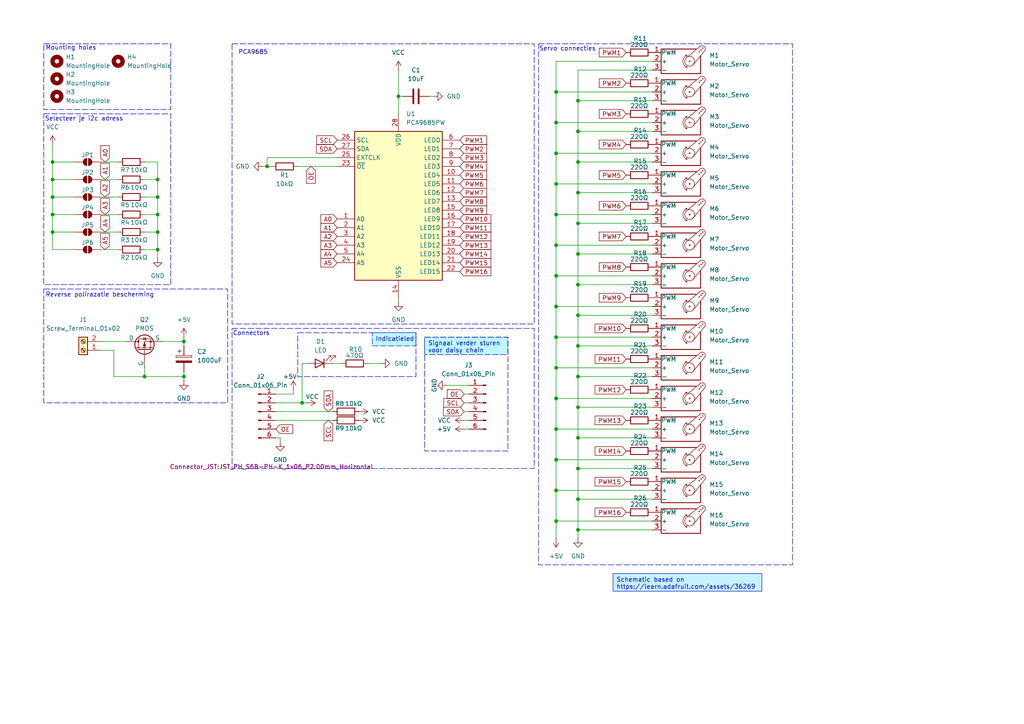
<source format=kicad_sch>
(kicad_sch (version 20231120) (generator "eeschema") (generator_version "8.0")
  (paper "A4")
  (title_block (title "PCA9685 Board Mini-Me") (date "2025-03-20") (rev "1"))
  (lib_symbols
    (symbol "Connector:Conn_01x06_Pin" (pin_names (offset 1.016) hide)
      (property "Reference" "J" (at 0 7.62 0))
      (property "Value" "Conn_01x06_Pin" (at 0 -10.16 0))
      (symbol "Conn_01x06_Pin_1_1"
        (pin passive line (at 5.08 5.08 180) (length 3.81) (name "Pin_1") (number "1"))
        (pin passive line (at 5.08 2.54 180) (length 3.81) (name "Pin_2") (number "2"))
        (pin passive line (at 5.08 0 180) (length 3.81) (name "Pin_3") (number "3"))
        (pin passive line (at 5.08 -2.54 180) (length 3.81) (name "Pin_4") (number "4"))
        (pin passive line (at 5.08 -5.08 180) (length 3.81) (name "Pin_5") (number "5"))
        (pin passive line (at 5.08 -7.62 180) (length 3.81) (name "Pin_6") (number "6"))
      )
    )
    (symbol "Connector:Screw_Terminal_01x02" (pin_names (offset 1.016) hide)
      (property "Reference" "J" (at 0 2.54 0))
      (property "Value" "Screw_Terminal_01x02" (at 0 -5.08 0))
      (symbol "Screw_Terminal_01x02_1_1"
        (pin passive line (at -5.08 0 0) (length 3.81) (name "Pin_1") (number "1"))
        (pin passive line (at -5.08 -2.54 0) (length 3.81) (name "Pin_2") (number "2"))
      )
    )
    (symbol "Device:C" (pin_numbers hide) (pin_names (offset 0.254))
      (property "Reference" "C" (at 0.635 2.54 0))
      (property "Value" "C" (at 0.635 -2.54 0))
      (symbol "C_1_1"
        (pin passive line (at 0 3.81 270) (length 2.794) (name "~") (number "1"))
        (pin passive line (at 0 -3.81 90) (length 2.794) (name "~") (number "2"))
      )
    )
    (symbol "Device:C_Polarized" (pin_numbers hide) (pin_names (offset 0.254))
      (property "Reference" "C" (at 0.635 2.54 0))
      (property "Value" "C_Polarized" (at 0.635 -2.54 0))
      (symbol "C_Polarized_1_1"
        (pin passive line (at 0 3.81 270) (length 2.794) (name "~") (number "1"))
        (pin passive line (at 0 -3.81 90) (length 2.794) (name "~") (number "2"))
      )
    )
    (symbol "Device:LED" (pin_numbers hide) (pin_names (offset 1.016) hide)
      (property "Reference" "D" (at 0 2.54 0))
      (property "Value" "LED" (at 0 -2.54 0))
      (symbol "LED_1_1"
        (pin passive line (at -3.81 0 0) (length 2.54) (name "K") (number "1"))
        (pin passive line (at 3.81 0 180) (length 2.54) (name "A") (number "2"))
      )
    )
    (symbol "Device:R" (pin_numbers hide) (pin_names (offset 0))
      (property "Reference" "R" (at 2.032 0 90))
      (property "Value" "R" (at 0 0 90))
      (symbol "R_1_1"
        (pin passive line (at 0 3.81 270) (length 1.27) (name "~") (number "1"))
        (pin passive line (at 0 -3.81 90) (length 1.27) (name "~") (number "2"))
      )
    )
    (symbol "Driver_LED:PCA9685PW"
      (property "Reference" "U" (at -12.7 22.225 0))
      (property "Value" "PCA9685PW" (at 1.27 22.225 0))
      (symbol "PCA9685PW_1_1"
        (pin input line (at -17.78 -5.08 0) (length 5.08) (name "A0") (number "1"))
        (pin output line (at 17.78 7.62 180) (length 5.08) (name "LED4") (number "10"))
        (pin output line (at 17.78 5.08 180) (length 5.08) (name "LED5") (number "11"))
        (pin output line (at 17.78 2.54 180) (length 5.08) (name "LED6") (number "12"))
        (pin output line (at 17.78 0 180) (length 5.08) (name "LED7") (number "13"))
        (pin power_in line (at 0 -27.94 90) (length 5.08) (name "VSS") (number "14"))
        (pin output line (at 17.78 -2.54 180) (length 5.08) (name "LED8") (number "15"))
        (pin output line (at 17.78 -5.08 180) (length 5.08) (name "LED9") (number "16"))
        (pin output line (at 17.78 -7.62 180) (length 5.08) (name "LED10") (number "17"))
        (pin output line (at 17.78 -10.16 180) (length 5.08) (name "LED11") (number "18"))
        (pin output line (at 17.78 -12.7 180) (length 5.08) (name "LED12") (number "19"))
        (pin input line (at -17.78 -7.62 0) (length 5.08) (name "A1") (number "2"))
        (pin output line (at 17.78 -15.24 180) (length 5.08) (name "LED13") (number "20"))
        (pin output line (at 17.78 -17.78 180) (length 5.08) (name "LED14") (number "21"))
        (pin output line (at 17.78 -20.32 180) (length 5.08) (name "LED15") (number "22"))
        (pin input line (at -17.78 10.16 0) (length 5.08) (name "~{OE}") (number "23"))
        (pin input line (at -17.78 -17.78 0) (length 5.08) (name "A5") (number "24"))
        (pin input line (at -17.78 12.7 0) (length 5.08) (name "EXTCLK") (number "25"))
        (pin input line (at -17.78 17.78 0) (length 5.08) (name "SCL") (number "26"))
        (pin bidirectional line (at -17.78 15.24 0) (length 5.08) (name "SDA") (number "27"))
        (pin power_in line (at 0 25.4 270) (length 5.08) (name "VDD") (number "28"))
        (pin input line (at -17.78 -10.16 0) (length 5.08) (name "A2") (number "3"))
        (pin input line (at -17.78 -12.7 0) (length 5.08) (name "A3") (number "4"))
        (pin input line (at -17.78 -15.24 0) (length 5.08) (name "A4") (number "5"))
        (pin output line (at 17.78 17.78 180) (length 5.08) (name "LED0") (number "6"))
        (pin output line (at 17.78 15.24 180) (length 5.08) (name "LED1") (number "7"))
        (pin output line (at 17.78 12.7 180) (length 5.08) (name "LED2") (number "8"))
        (pin output line (at 17.78 10.16 180) (length 5.08) (name "LED3") (number "9"))
      )
    )
    (symbol "Jumper:SolderJumper_2_Open" (pin_numbers hide) (pin_names (offset 0) hide) (exclude_from_sim yes) (in_bom no)
      (property "Reference" "JP" (at 0 2.032 0))
      (property "Value" "SolderJumper_2_Open" (at 0 -2.54 0))
      (symbol "SolderJumper_2_Open_1_1"
        (pin passive line (at -3.81 0 0) (length 2.54) (name "A") (number "1"))
        (pin passive line (at 3.81 0 180) (length 2.54) (name "B") (number "2"))
      )
    )
    (symbol "Mechanical:MountingHole" (pin_names (offset 1.016)) (exclude_from_sim yes) (in_bom no)
      (property "Reference" "H" (at 0 5.08 0))
      (property "Value" "MountingHole" (at 0 3.175 0))
    )
    (symbol "Motor:Motor_Servo" (pin_names (offset 0.0254))
      (property "Reference" "M" (at -5.08 4.445 0))
      (property "Value" "Motor_Servo" (at -5.08 -4.064 0))
      (symbol "Motor_Servo_1_1"
        (pin passive line (at -7.62 2.54 0) (length 2.54) (name "PWM") (number "1"))
        (pin passive line (at -7.62 0 0) (length 2.54) (name "+") (number "2"))
        (pin passive line (at -7.62 -2.54 0) (length 2.54) (name "-") (number "3"))
      )
    )
    (symbol "Simulation_SPICE:PMOS" (pin_numbers hide) (pin_names (offset 0))
      (property "Reference" "Q" (at 5.08 1.27 0))
      (property "Value" "PMOS" (at 5.08 -1.27 0))
      (symbol "PMOS_1_1"
        (pin passive line (at 2.54 5.08 270) (length 2.54) (name "D") (number "1"))
        (pin input line (at -5.08 0 0) (length 2.54) (name "G") (number "2"))
        (pin passive line (at 2.54 -5.08 90) (length 2.54) (name "S") (number "3"))
      )
    )
    (symbol "power:+5V" (power) (pin_numbers hide) (pin_names (offset 0) hide)
      (property "Value" "+5V" (at 0 3.556 0))
      (symbol "+5V_1_1"
        (pin power_in line (at 0 0 90) (length 0) (name "~") (number "1"))
      )
    )
    (symbol "power:GND" (power) (pin_numbers hide) (pin_names (offset 0) hide)
      (property "Value" "GND" (at 0 -3.81 0))
      (symbol "GND_1_1"
        (pin power_in line (at 0 0 270) (length 0) (name "~") (number "1"))
      )
    )
    (symbol "power:VCC" (power) (pin_numbers hide) (pin_names (offset 0) hide)
      (property "Value" "VCC" (at 0 3.556 0))
      (symbol "VCC_1_1"
        (pin power_in line (at 0 0 90) (length 0) (name "~") (number "1"))
      )
    )
  )
  (junction (at 15.24 57.15))
  (junction (at 15.24 62.23))
  (junction (at 87.63 116.84))
  (junction (at 167.64 135.89))
  (junction (at 53.34 99.06))
  (junction (at 167.64 29.21))
  (junction (at 167.64 109.22))
  (junction (at 161.29 97.79))
  (junction (at 15.24 52.07))
  (junction (at 45.72 62.23))
  (junction (at 161.29 106.68))
  (junction (at 15.24 46.99))
  (junction (at 161.29 53.34))
  (junction (at 161.29 124.46))
  (junction (at 167.64 144.78))
  (junction (at 167.64 118.11))
  (junction (at 45.72 52.07))
  (junction (at 161.29 133.35))
  (junction (at 167.64 38.1))
  (junction (at 53.34 109.22))
  (junction (at 45.72 72.39))
  (junction (at 161.29 80.01))
  (junction (at 161.29 142.24))
  (junction (at 161.29 26.67))
  (junction (at 77.47 48.26))
  (junction (at 167.64 91.44))
  (junction (at 167.64 127))
  (junction (at 161.29 115.57))
  (junction (at 167.64 73.66))
  (junction (at 161.29 62.23))
  (junction (at 167.64 46.99))
  (junction (at 167.64 55.88))
  (junction (at 167.64 100.33))
  (junction (at 15.24 67.31))
  (junction (at 45.72 57.15))
  (junction (at 41.91 109.22))
  (junction (at 167.64 82.55))
  (junction (at 161.29 71.12))
  (junction (at 45.72 67.31))
  (junction (at 161.29 35.56))
  (junction (at 161.29 44.45))
  (junction (at 167.64 64.77))
  (junction (at 115.57 27.94))
  (junction (at 161.29 88.9))
  (junction (at 161.29 151.13))
  (junction (at 167.64 153.67))
  (wire (pts (xy 161.29 53.34) (xy 161.29 44.45)))
  (wire (pts (xy 99.06 105.41) (xy 96.52 105.41)))
  (wire (pts (xy 167.64 109.22) (xy 189.23 109.22)))
  (wire (pts (xy 85.09 114.3) (xy 80.01 114.3)))
  (wire (pts (xy 129.54 111.76) (xy 135.89 111.76)))
  (wire (pts (xy 161.29 26.67) (xy 161.29 17.78)))
  (wire (pts (xy 167.64 127) (xy 167.64 135.89)))
  (wire (pts (xy 41.91 109.22) (xy 53.34 109.22)))
  (wire (pts (xy 161.29 88.9) (xy 161.29 80.01)))
  (wire (pts (xy 80.01 116.84) (xy 87.63 116.84)))
  (wire (pts (xy 41.91 52.07) (xy 45.72 52.07)))
  (wire (pts (xy 97.79 45.72) (xy 77.47 45.72)))
  (wire (pts (xy 161.29 71.12) (xy 161.29 62.23)))
  (wire (pts (xy 167.64 55.88) (xy 189.23 55.88)))
  (wire (pts (xy 161.29 156.21) (xy 161.29 151.13)))
  (wire (pts (xy 161.29 17.78) (xy 189.23 17.78)))
  (wire (pts (xy 45.72 74.93) (xy 45.72 72.39)))
  (wire (pts (xy 81.28 127) (xy 81.28 128.27)))
  (wire (pts (xy 161.29 106.68) (xy 189.23 106.68)))
  (wire (pts (xy 53.34 107.95) (xy 53.34 109.22)))
  (wire (pts (xy 167.64 91.44) (xy 167.64 100.33)))
  (wire (pts (xy 53.34 109.22) (xy 53.34 110.49)))
  (wire (pts (xy 53.34 97.79) (xy 53.34 99.06)))
  (wire (pts (xy 29.21 99.06) (xy 36.83 99.06)))
  (wire (pts (xy 29.21 62.23) (xy 34.29 62.23)))
  (wire (pts (xy 161.29 151.13) (xy 161.29 142.24)))
  (wire (pts (xy 15.24 62.23) (xy 15.24 67.31)))
  (wire (pts (xy 41.91 67.31) (xy 45.72 67.31)))
  (wire (pts (xy 76.2 48.26) (xy 77.47 48.26)))
  (wire (pts (xy 167.64 127) (xy 189.23 127)))
  (wire (pts (xy 167.64 73.66) (xy 189.23 73.66)))
  (wire (pts (xy 134.62 119.38) (xy 135.89 119.38)))
  (wire (pts (xy 167.64 82.55) (xy 189.23 82.55)))
  (wire (pts (xy 161.29 142.24) (xy 189.23 142.24)))
  (wire (pts (xy 41.91 72.39) (xy 45.72 72.39)))
  (wire (pts (xy 167.64 153.67) (xy 167.64 156.21)))
  (wire (pts (xy 161.29 97.79) (xy 161.29 88.9)))
  (wire (pts (xy 80.01 119.38) (xy 96.52 119.38)))
  (wire (pts (xy 15.24 67.31) (xy 15.24 72.39)))
  (wire (pts (xy 167.64 46.99) (xy 189.23 46.99)))
  (wire (pts (xy 161.29 106.68) (xy 161.29 97.79)))
  (wire (pts (xy 45.72 62.23) (xy 45.72 57.15)))
  (wire (pts (xy 161.29 124.46) (xy 161.29 115.57)))
  (wire (pts (xy 33.02 101.6) (xy 33.02 109.22)))
  (wire (pts (xy 161.29 44.45) (xy 189.23 44.45)))
  (wire (pts (xy 161.29 35.56) (xy 161.29 26.67)))
  (wire (pts (xy 45.72 57.15) (xy 45.72 52.07)))
  (wire (pts (xy 167.64 109.22) (xy 167.64 118.11)))
  (wire (pts (xy 167.64 73.66) (xy 167.64 82.55)))
  (wire (pts (xy 161.29 115.57) (xy 161.29 106.68)))
  (wire (pts (xy 167.64 29.21) (xy 189.23 29.21)))
  (wire (pts (xy 33.02 109.22) (xy 41.91 109.22)))
  (wire (pts (xy 161.29 35.56) (xy 189.23 35.56)))
  (wire (pts (xy 161.29 53.34) (xy 189.23 53.34)))
  (wire (pts (xy 115.57 86.36) (xy 115.57 87.63)))
  (wire (pts (xy 106.68 105.41) (xy 110.49 105.41)))
  (wire (pts (xy 29.21 67.31) (xy 34.29 67.31)))
  (wire (pts (xy 167.64 46.99) (xy 167.64 55.88)))
  (wire (pts (xy 161.29 142.24) (xy 161.29 133.35)))
  (wire (pts (xy 167.64 29.21) (xy 167.64 38.1)))
  (wire (pts (xy 41.91 57.15) (xy 45.72 57.15)))
  (wire (pts (xy 88.9 116.84) (xy 87.63 116.84)))
  (wire (pts (xy 161.29 133.35) (xy 161.29 124.46)))
  (wire (pts (xy 124.46 27.94) (xy 125.73 27.94)))
  (wire (pts (xy 167.64 118.11) (xy 189.23 118.11)))
  (wire (pts (xy 29.21 57.15) (xy 34.29 57.15)))
  (wire (pts (xy 167.64 55.88) (xy 167.64 64.77)))
  (wire (pts (xy 15.24 52.07) (xy 21.59 52.07)))
  (wire (pts (xy 167.64 82.55) (xy 167.64 91.44)))
  (wire (pts (xy 87.63 105.41) (xy 87.63 116.84)))
  (wire (pts (xy 29.21 52.07) (xy 34.29 52.07)))
  (wire (pts (xy 15.24 52.07) (xy 15.24 57.15)))
  (wire (pts (xy 86.36 48.26) (xy 97.79 48.26)))
  (wire (pts (xy 77.47 48.26) (xy 78.74 48.26)))
  (wire (pts (xy 134.62 124.46) (xy 135.89 124.46)))
  (wire (pts (xy 41.91 62.23) (xy 45.72 62.23)))
  (wire (pts (xy 88.9 105.41) (xy 87.63 105.41)))
  (wire (pts (xy 15.24 72.39) (xy 21.59 72.39)))
  (wire (pts (xy 41.91 106.68) (xy 41.91 109.22)))
  (wire (pts (xy 15.24 46.99) (xy 15.24 52.07)))
  (wire (pts (xy 161.29 88.9) (xy 189.23 88.9)))
  (wire (pts (xy 45.72 52.07) (xy 45.72 46.99)))
  (wire (pts (xy 167.64 38.1) (xy 189.23 38.1)))
  (wire (pts (xy 167.64 100.33) (xy 189.23 100.33)))
  (wire (pts (xy 161.29 44.45) (xy 161.29 35.56)))
  (wire (pts (xy 15.24 67.31) (xy 21.59 67.31)))
  (wire (pts (xy 161.29 62.23) (xy 161.29 53.34)))
  (wire (pts (xy 15.24 46.99) (xy 21.59 46.99)))
  (wire (pts (xy 167.64 20.32) (xy 167.64 29.21)))
  (wire (pts (xy 167.64 144.78) (xy 189.23 144.78)))
  (wire (pts (xy 167.64 38.1) (xy 167.64 46.99)))
  (wire (pts (xy 161.29 71.12) (xy 189.23 71.12)))
  (wire (pts (xy 161.29 115.57) (xy 189.23 115.57)))
  (wire (pts (xy 161.29 133.35) (xy 189.23 133.35)))
  (wire (pts (xy 15.24 57.15) (xy 15.24 62.23)))
  (wire (pts (xy 161.29 124.46) (xy 189.23 124.46)))
  (wire (pts (xy 80.01 121.92) (xy 96.52 121.92)))
  (wire (pts (xy 134.62 114.3) (xy 135.89 114.3)))
  (wire (pts (xy 167.64 20.32) (xy 189.23 20.32)))
  (wire (pts (xy 167.64 91.44) (xy 189.23 91.44)))
  (wire (pts (xy 45.72 72.39) (xy 45.72 67.31)))
  (wire (pts (xy 115.57 27.94) (xy 116.84 27.94)))
  (wire (pts (xy 15.24 57.15) (xy 21.59 57.15)))
  (wire (pts (xy 115.57 33.02) (xy 115.57 27.94)))
  (wire (pts (xy 46.99 99.06) (xy 53.34 99.06)))
  (wire (pts (xy 161.29 151.13) (xy 189.23 151.13)))
  (wire (pts (xy 161.29 26.67) (xy 189.23 26.67)))
  (wire (pts (xy 15.24 62.23) (xy 21.59 62.23)))
  (wire (pts (xy 80.01 127) (xy 81.28 127)))
  (wire (pts (xy 29.21 101.6) (xy 33.02 101.6)))
  (wire (pts (xy 29.21 46.99) (xy 34.29 46.99)))
  (wire (pts (xy 134.62 116.84) (xy 135.89 116.84)))
  (wire (pts (xy 167.64 144.78) (xy 167.64 153.67)))
  (wire (pts (xy 15.24 41.91) (xy 15.24 46.99)))
  (wire (pts (xy 167.64 153.67) (xy 189.23 153.67)))
  (wire (pts (xy 77.47 45.72) (xy 77.47 48.26)))
  (wire (pts (xy 167.64 135.89) (xy 189.23 135.89)))
  (wire (pts (xy 53.34 99.06) (xy 53.34 100.33)))
  (wire (pts (xy 167.64 100.33) (xy 167.64 109.22)))
  (wire (pts (xy 161.29 80.01) (xy 161.29 71.12)))
  (wire (pts (xy 161.29 62.23) (xy 189.23 62.23)))
  (wire (pts (xy 85.09 113.03) (xy 85.09 114.3)))
  (wire (pts (xy 115.57 20.32) (xy 115.57 27.94)))
  (wire (pts (xy 167.64 64.77) (xy 167.64 73.66)))
  (wire (pts (xy 167.64 135.89) (xy 167.64 144.78)))
  (wire (pts (xy 167.64 64.77) (xy 189.23 64.77)))
  (wire (pts (xy 167.64 118.11) (xy 167.64 127)))
  (wire (pts (xy 45.72 46.99) (xy 41.91 46.99)))
  (wire (pts (xy 34.29 72.39) (xy 29.21 72.39)))
  (wire (pts (xy 161.29 97.79) (xy 189.23 97.79)))
  (wire (pts (xy 134.62 121.92) (xy 135.89 121.92)))
  (wire (pts (xy 161.29 80.01) (xy 189.23 80.01)))
  (wire (pts (xy 45.72 67.31) (xy 45.72 62.23)))
  (rectangle (start 156.21 12.7) (end 229.87 163.83) (stroke (width 0) (type dash)))
  (rectangle (start 123.19 97.79) (end 147.32 130.81) (stroke (width 0) (type dash)))
  (rectangle (start 12.7 33.02) (end 49.53 82.55) (stroke (width 0) (type dash)))
  (rectangle (start 12.7 83.82) (end 66.04 116.84) (stroke (width 0) (type dash)))
  (rectangle (start 12.7 12.7) (end 49.53 31.75) (stroke (width 0) (type dash)))
  (rectangle (start 67.31 95.25) (end 154.94 135.89) (stroke (width 0) (type dash)))
  (rectangle (start 86.36 96.52) (end 120.65 109.22) (stroke (width 0) (type dash)))
  (rectangle (start 67.31 12.7) (end 154.94 93.98) (stroke (width 0) (type dash)))
  (text_box "Schematic based on https://learn.adafruit.com/assets/36269" (at 177.8 166.37 0) (size 43.18 5.08) (fill (type color) (color 198 242 255 1)) (effects (font (size 1.27 1.27)) (justify left top)))
  (text_box "Indicatieled" (at 107.95 96.52 0) (size 12.7 3.81) (stroke (width 0) (type dash)) (fill (type color) (color 187 251 255 1)) (effects (font (size 1.27 1.27)) (justify left top)))
  (text_box "Signaal verder sturen voor daisy chain" (at 123.19 97.79 0) (size 24.13 5.08) (stroke (width 0) (type dash)) (fill (type color) (color 187 251 255 1)) (effects (font (size 1.27 1.27)) (justify left top)))
  (text "Mounting holes" (at 20.574 13.97 0) (effects (font (size 1.27 1.27))))
  (text "Connectors\n" (at 72.898 96.774 0) (effects (font (size 1.27 1.27))))
  (text "PCA9685" (at 73.406 15.24 0) (effects (font (size 1.27 1.27))))
  (text "Reverse polirazatie bescherming" (at 28.956 85.598 0) (effects (font (size 1.27 1.27))))
  (text "Selecteer je i2c adress" (at 24.384 34.544 0) (effects (font (size 1.27 1.27))))
  (text "Servo connecties" (at 164.592 14.224 0) (effects (font (size 1.27 1.27))))
  (global_label "PWM6" (shape input) (at 133.35 53.34 0) (property "Intersheetrefs" "${INTERSHEET_REFS}" (effects (hide yes))))
  (global_label "PWM5" (shape input) (at 133.35 50.8 0) (property "Intersheetrefs" "${INTERSHEET_REFS}" (effects (hide yes))))
  (global_label "A1" (shape input) (at 97.79 66.04 180) (property "Intersheetrefs" "${INTERSHEET_REFS}" (effects (hide yes))))
  (global_label "A3" (shape input) (at 30.48 62.23 90) (property "Intersheetrefs" "${INTERSHEET_REFS}" (effects (hide yes))))
  (global_label "PWM8" (shape input) (at 181.61 77.47 180) (property "Intersheetrefs" "${INTERSHEET_REFS}" (effects (hide yes))))
  (global_label "PWM2" (shape input) (at 133.35 43.18 0) (property "Intersheetrefs" "${INTERSHEET_REFS}" (effects (hide yes))))
  (global_label "OE" (shape input) (at 134.62 114.3 180) (property "Intersheetrefs" "${INTERSHEET_REFS}" (effects (hide yes))))
  (global_label "PWM9" (shape input) (at 181.61 86.36 180) (property "Intersheetrefs" "${INTERSHEET_REFS}" (effects (hide yes))))
  (global_label "PWM6" (shape input) (at 181.61 59.69 180) (property "Intersheetrefs" "${INTERSHEET_REFS}" (effects (hide yes))))
  (global_label "SDA" (shape input) (at 95.25 119.38 90) (property "Intersheetrefs" "${INTERSHEET_REFS}" (effects (hide yes))))
  (global_label "PWM3" (shape input) (at 181.61 33.02 180) (property "Intersheetrefs" "${INTERSHEET_REFS}" (effects (hide yes))))
  (global_label "A4" (shape input) (at 97.79 73.66 180) (property "Intersheetrefs" "${INTERSHEET_REFS}" (effects (hide yes))))
  (global_label "A4" (shape input) (at 30.48 67.31 90) (property "Intersheetrefs" "${INTERSHEET_REFS}" (effects (hide yes))))
  (global_label "SCL" (shape input) (at 97.79 40.64 180) (property "Intersheetrefs" "${INTERSHEET_REFS}" (effects (hide yes))))
  (global_label "PWM12" (shape input) (at 133.35 68.58 0) (property "Intersheetrefs" "${INTERSHEET_REFS}" (effects (hide yes))))
  (global_label "SDA" (shape input) (at 134.62 119.38 180) (property "Intersheetrefs" "${INTERSHEET_REFS}" (effects (hide yes))))
  (global_label "PWM15" (shape input) (at 133.35 76.2 0) (property "Intersheetrefs" "${INTERSHEET_REFS}" (effects (hide yes))))
  (global_label "PWM14" (shape input) (at 133.35 73.66 0) (property "Intersheetrefs" "${INTERSHEET_REFS}" (effects (hide yes))))
  (global_label "PWM1" (shape input) (at 181.61 15.24 180) (property "Intersheetrefs" "${INTERSHEET_REFS}" (effects (hide yes))))
  (global_label "PWM16" (shape input) (at 133.35 78.74 0) (property "Intersheetrefs" "${INTERSHEET_REFS}" (effects (hide yes))))
  (global_label "PWM15" (shape input) (at 181.61 139.7 180) (property "Intersheetrefs" "${INTERSHEET_REFS}" (effects (hide yes))))
  (global_label "A2" (shape input) (at 30.48 57.15 90) (property "Intersheetrefs" "${INTERSHEET_REFS}" (effects (hide yes))))
  (global_label "PWM10" (shape input) (at 133.35 63.5 0) (property "Intersheetrefs" "${INTERSHEET_REFS}" (effects (hide yes))))
  (global_label "A3" (shape input) (at 97.79 71.12 180) (property "Intersheetrefs" "${INTERSHEET_REFS}" (effects (hide yes))))
  (global_label "PWM7" (shape input) (at 133.35 55.88 0) (property "Intersheetrefs" "${INTERSHEET_REFS}" (effects (hide yes))))
  (global_label "PWM8" (shape input) (at 133.35 58.42 0) (property "Intersheetrefs" "${INTERSHEET_REFS}" (effects (hide yes))))
  (global_label "PWM4" (shape input) (at 133.35 48.26 0) (property "Intersheetrefs" "${INTERSHEET_REFS}" (effects (hide yes))))
  (global_label "PWM11" (shape input) (at 181.61 104.14 180) (property "Intersheetrefs" "${INTERSHEET_REFS}" (effects (hide yes))))
  (global_label "OE" (shape input) (at 90.17 48.26 270) (property "Intersheetrefs" "${INTERSHEET_REFS}" (effects (hide yes))))
  (global_label "A5" (shape input) (at 97.79 76.2 180) (property "Intersheetrefs" "${INTERSHEET_REFS}" (effects (hide yes))))
  (global_label "PWM7" (shape input) (at 181.61 68.58 180) (property "Intersheetrefs" "${INTERSHEET_REFS}" (effects (hide yes))))
  (global_label "PWM4" (shape input) (at 181.61 41.91 180) (property "Intersheetrefs" "${INTERSHEET_REFS}" (effects (hide yes))))
  (global_label "A0" (shape input) (at 97.79 63.5 180) (property "Intersheetrefs" "${INTERSHEET_REFS}" (effects (hide yes))))
  (global_label "PWM3" (shape input) (at 133.35 45.72 0) (property "Intersheetrefs" "${INTERSHEET_REFS}" (effects (hide yes))))
  (global_label "PWM5" (shape input) (at 181.61 50.8 180) (property "Intersheetrefs" "${INTERSHEET_REFS}" (effects (hide yes))))
  (global_label "PWM13" (shape input) (at 133.35 71.12 0) (property "Intersheetrefs" "${INTERSHEET_REFS}" (effects (hide yes))))
  (global_label "PWM9" (shape input) (at 133.35 60.96 0) (property "Intersheetrefs" "${INTERSHEET_REFS}" (effects (hide yes))))
  (global_label "PWM13" (shape input) (at 181.61 121.92 180) (property "Intersheetrefs" "${INTERSHEET_REFS}" (effects (hide yes))))
  (global_label "PWM2" (shape input) (at 181.61 24.13 180) (property "Intersheetrefs" "${INTERSHEET_REFS}" (effects (hide yes))))
  (global_label "PWM11" (shape input) (at 133.35 66.04 0) (property "Intersheetrefs" "${INTERSHEET_REFS}" (effects (hide yes))))
  (global_label "A0" (shape input) (at 30.48 46.99 90) (property "Intersheetrefs" "${INTERSHEET_REFS}" (effects (hide yes))))
  (global_label "OE" (shape input) (at 80.01 124.46 0) (property "Intersheetrefs" "${INTERSHEET_REFS}" (effects (hide yes))))
  (global_label "A2" (shape input) (at 97.79 68.58 180) (property "Intersheetrefs" "${INTERSHEET_REFS}" (effects (hide yes))))
  (global_label "PWM14" (shape input) (at 181.61 130.81 180) (property "Intersheetrefs" "${INTERSHEET_REFS}" (effects (hide yes))))
  (global_label "SDA" (shape input) (at 97.79 43.18 180) (property "Intersheetrefs" "${INTERSHEET_REFS}" (effects (hide yes))))
  (global_label "SCL" (shape input) (at 134.62 116.84 180) (property "Intersheetrefs" "${INTERSHEET_REFS}" (effects (hide yes))))
  (global_label "PWM1" (shape input) (at 133.35 40.64 0) (property "Intersheetrefs" "${INTERSHEET_REFS}" (effects (hide yes))))
  (global_label "PWM12" (shape input) (at 181.61 113.03 180) (property "Intersheetrefs" "${INTERSHEET_REFS}" (effects (hide yes))))
  (global_label "A1" (shape input) (at 30.48 52.07 90) (property "Intersheetrefs" "${INTERSHEET_REFS}" (effects (hide yes))))
  (global_label "A5" (shape input) (at 30.4474 72.39 90) (property "Intersheetrefs" "${INTERSHEET_REFS}" (effects (hide yes))))
  (global_label "PWM10" (shape input) (at 181.61 95.25 180) (property "Intersheetrefs" "${INTERSHEET_REFS}" (effects (hide yes))))
  (global_label "SCL" (shape input) (at 95.25 121.92 270) (property "Intersheetrefs" "${INTERSHEET_REFS}" (effects (hide yes))))
  (global_label "PWM16" (shape input) (at 181.61 148.59 180) (property "Intersheetrefs" "${INTERSHEET_REFS}" (effects (hide yes))))
  (symbol (lib_id "Device:C_Polarized") (at 53.34 104.14 0) (unit 1)
    (property "Reference" "C2" (at 57.15 101.9809 0) (effects (justify left)))
    (property "Value" "1000uF" (at 57.15 104.5209 0) (effects (justify left)))
    (property "Footprint" "Capacitor_SMD:CP_Elec_8x10.5" (effects (hide yes)))
    (property "Description" "Polarized capacitor" (effects (hide yes)))
  )
  (symbol (lib_id "power:+5V") (at 161.29 156.21 180) (unit 1)
    (property "Reference" "#PWR016" (effects (hide yes)))
    (property "Value" "+5V" (at 161.29 161.29 0))
    (property "Description" "Power symbol creates a global label with name \"+5V\"" (effects (hide yes)))
  )
  (symbol (lib_id "Device:LED") (at 92.71 105.41 180) (unit 1)
    (property "Reference" "D1" (at 92.964 99.06 0))
    (property "Value" "LED" (at 92.964 101.6 0))
    (property "Footprint" "LED_SMD:LED_0805_2012Metric_Pad1.15x1.40mm_HandSolder" (effects (hide yes)))
    (property "Description" "Light emitting diode" (effects (hide yes)))
  )
  (symbol (lib_id "Mechanical:MountingHole") (at 16.51 17.78 0) (unit 1) (exclude_from_sim yes) (in_bom no)
    (property "Reference" "H1" (at 19.05 16.5099 0) (effects (justify left)))
    (property "Value" "MountingHole" (at 19.05 19.0499 0) (effects (justify left)))
    (property "Footprint" "MountingHole:MountingHole_3.2mm_M3" (effects (hide yes)))
    (property "Description" "Mounting Hole without connection" (effects (hide yes)))
  )
  (symbol (lib_id "power:VCC") (at 88.9 116.84 270) (unit 1)
    (property "Reference" "#PWR07" (effects (hide yes)))
    (property "Value" "VCC" (at 88.646 115.062 90) (effects (justify left)))
    (property "Description" "Power symbol creates a global label with name \"VCC\"" (effects (hide yes)))
  )
  (symbol (lib_id "Motor:Motor_Servo") (at 196.85 62.23 0) (unit 1)
    (property "Reference" "M6" (at 205.74 60.5265 0) (effects (justify left)))
    (property "Value" "Motor_Servo" (at 205.74 63.0665 0) (effects (justify left)))
    (property "Footprint" "Connector_PinHeader_2.54mm:PinHeader_1x03_P2.54mm_Vertical" (effects (hide yes)))
    (property "Datasheet" "http://forums.parallax.com/uploads/attachments/46831/74481.png" (effects (hide yes)))
    (property "Description" "Servo Motor (Futaba, HiTec, JR connector)" (effects (hide yes)))
  )
  (symbol (lib_id "Device:R") (at 38.1 52.07 270) (unit 1)
    (property "Reference" "R6" (at 36.2871 54.3623 90))
    (property "Value" "10kΩ" (at 40.3511 54.3623 90))
    (property "Footprint" "Resistor_SMD:R_0805_2012Metric_Pad1.20x1.40mm_HandSolder" (effects (hide yes)))
    (property "Description" "Resistor" (effects (hide yes)))
  )
  (symbol (lib_id "Device:C") (at 120.65 27.94 90) (unit 1)
    (property "Reference" "C1" (at 120.65 20.32 90))
    (property "Value" "10uF" (at 120.65 22.86 90))
    (property "Footprint" "Capacitor_SMD:C_0805_2012Metric_Pad1.18x1.45mm_HandSolder" (effects (hide yes)))
    (property "Description" "Unpolarized capacitor" (effects (hide yes)))
  )
  (symbol (lib_id "Motor:Motor_Servo") (at 196.85 88.9 0) (unit 1)
    (property "Reference" "M9" (at 205.74 87.1965 0) (effects (justify left)))
    (property "Value" "Motor_Servo" (at 205.74 89.7365 0) (effects (justify left)))
    (property "Footprint" "Connector_PinHeader_2.54mm:PinHeader_1x03_P2.54mm_Vertical" (effects (hide yes)))
    (property "Datasheet" "http://forums.parallax.com/uploads/attachments/46831/74481.png" (effects (hide yes)))
    (property "Description" "Servo Motor (Futaba, HiTec, JR connector)" (effects (hide yes)))
  )
  (symbol (lib_id "Jumper:SolderJumper_2_Open") (at 25.4 52.07 0) (unit 1) (exclude_from_sim yes) (in_bom no)
    (property "Reference" "JP2" (at 25.4 50.038 0))
    (property "Value" "SolderJumper_2_Open" (effects (hide yes)))
    (property "Footprint" "Jumper:SolderJumper-2_P1.3mm_Open_RoundedPad1.0x1.5mm" (effects (hide yes)))
    (property "Description" "Solder Jumper, 2-pole, open" (effects (hide yes)))
  )
  (symbol (lib_id "Driver_LED:PCA9685PW") (at 115.57 58.42 0) (unit 1)
    (property "Reference" "U1" (at 117.7641 33.02 0) (effects (justify left)))
    (property "Value" "PCA9685PW" (at 117.7641 35.56 0) (effects (justify left)))
    (property "Footprint" "Package_SO:TSSOP-28_4.4x9.7mm_P0.65mm" (effects (hide yes)))
    (property "Datasheet" "http://www.nxp.com/docs/en/data-sheet/PCA9685.pdf" (effects (hide yes)))
    (property "Description" "16-channel 12-bit PWM Fm+ I2C-bus LED controller RGBA TSSOP" (effects (hide yes)))
  )
  (symbol (lib_id "power:VCC") (at 104.14 119.38 270) (unit 1)
    (property "Reference" "#PWR09" (effects (hide yes)))
    (property "Value" "VCC" (at 107.95 119.3799 90) (effects (justify left)))
    (property "Description" "Power symbol creates a global label with name \"VCC\"" (effects (hide yes)))
  )
  (symbol (lib_id "Device:R") (at 185.42 15.24 270) (mirror x) (unit 1)
    (property "Reference" "R11" (at 185.674 11.176 90))
    (property "Value" "220Ω" (at 185.42 12.954 90))
    (property "Footprint" "Resistor_SMD:R_0805_2012Metric_Pad1.20x1.40mm_HandSolder" (effects (hide yes)))
    (property "Description" "Resistor" (effects (hide yes)))
  )
  (symbol (lib_id "Mechanical:MountingHole") (at 34.29 17.78 0) (unit 1) (exclude_from_sim yes) (in_bom no)
    (property "Reference" "H4" (at 36.83 16.5099 0) (effects (justify left)))
    (property "Value" "MountingHole" (at 36.83 19.0499 0) (effects (justify left)))
    (property "Footprint" "MountingHole:MountingHole_3.2mm_M3" (effects (hide yes)))
    (property "Description" "Mounting Hole without connection" (effects (hide yes)))
  )
  (symbol (lib_id "power:GND") (at 81.28 128.27 0) (unit 1)
    (property "Reference" "#PWR08" (effects (hide yes)))
    (property "Value" "GND" (at 81.28 133.35 0))
    (property "Description" "Power symbol creates a global label with name \"GND\" , ground" (effects (hide yes)))
  )
  (symbol (lib_id "Device:R") (at 185.42 24.13 270) (mirror x) (unit 1)
    (property "Reference" "R12" (at 185.674 20.066 90))
    (property "Value" "220Ω" (at 185.42 21.844 90))
    (property "Footprint" "Resistor_SMD:R_0805_2012Metric_Pad1.20x1.40mm_HandSolder" (effects (hide yes)))
    (property "Description" "Resistor" (effects (hide yes)))
  )
  (symbol (lib_id "Device:R") (at 185.42 59.69 270) (mirror x) (unit 1)
    (property "Reference" "R16" (at 185.674 55.626 90))
    (property "Value" "220Ω" (at 185.42 57.404 90))
    (property "Footprint" "Resistor_SMD:R_0805_2012Metric_Pad1.20x1.40mm_HandSolder" (effects (hide yes)))
    (property "Description" "Resistor" (effects (hide yes)))
  )
  (symbol (lib_id "power:GND") (at 125.73 27.94 90) (unit 1)
    (property "Reference" "#PWR03" (effects (hide yes)))
    (property "Value" "GND" (at 129.54 27.9399 90) (effects (justify right)))
    (property "Description" "Power symbol creates a global label with name \"GND\" , ground" (effects (hide yes)))
  )
  (symbol (lib_id "Device:R") (at 38.1 62.23 270) (unit 1)
    (property "Reference" "R4" (at 36.2871 64.5223 90))
    (property "Value" "10kΩ" (at 40.3511 64.5223 90))
    (property "Footprint" "Resistor_SMD:R_0805_2012Metric_Pad1.20x1.40mm_HandSolder" (effects (hide yes)))
    (property "Description" "Resistor" (effects (hide yes)))
  )
  (symbol (lib_id "Simulation_SPICE:PMOS") (at 41.91 101.6 90) (unit 1)
    (property "Reference" "Q2" (at 41.91 92.71 90))
    (property "Value" "PMOS" (at 41.91 95.25 90))
    (property "Footprint" "Package_TO_SOT_SMD:SOT-23" (effects (hide yes)))
    (property "Datasheet" "https://ngspice.sourceforge.io/docs/ngspice-html-manual/manual.xhtml#cha_MOSFETs" (effects (hide yes)))
    (property "Description" "P-MOSFET transistor, drain/source/gate" (effects (hide yes)))
    (property "Sim.Device" "PMOS" (effects (hide yes)))
    (property "Sim.Type" "VDMOS" (effects (hide yes)))
    (property "Sim.Pins" "1=D 2=G 3=S" (effects (hide yes)))
  )
  (symbol (lib_id "Mechanical:MountingHole") (at 16.51 22.86 0) (unit 1) (exclude_from_sim yes) (in_bom no)
    (property "Reference" "H2" (at 19.05 21.5899 0) (effects (justify left)))
    (property "Value" "MountingHole" (at 19.05 24.1299 0) (effects (justify left)))
    (property "Footprint" "MountingHole:MountingHole_3.2mm_M3" (effects (hide yes)))
    (property "Description" "Mounting Hole without connection" (effects (hide yes)))
  )
  (symbol (lib_id "Jumper:SolderJumper_2_Open") (at 25.4 57.15 0) (unit 1) (exclude_from_sim yes) (in_bom no)
    (property "Reference" "JP3" (at 25.4 55.118 0))
    (property "Value" "SolderJumper_2_Open" (effects (hide yes)))
    (property "Footprint" "Jumper:SolderJumper-2_P1.3mm_Open_RoundedPad1.0x1.5mm" (effects (hide yes)))
    (property "Description" "Solder Jumper, 2-pole, open" (effects (hide yes)))
  )
  (symbol (lib_id "Jumper:SolderJumper_2_Open") (at 25.4 67.31 0) (unit 1) (exclude_from_sim yes) (in_bom no)
    (property "Reference" "JP5" (at 25.4 65.278 0))
    (property "Value" "SolderJumper_2_Open" (effects (hide yes)))
    (property "Footprint" "Jumper:SolderJumper-2_P1.3mm_Open_RoundedPad1.0x1.5mm" (effects (hide yes)))
    (property "Description" "Solder Jumper, 2-pole, open" (effects (hide yes)))
  )
  (symbol (lib_id "Mechanical:MountingHole") (at 16.51 27.94 0) (unit 1) (exclude_from_sim yes) (in_bom no)
    (property "Reference" "H3" (at 19.05 26.6699 0) (effects (justify left)))
    (property "Value" "MountingHole" (at 19.05 29.2099 0) (effects (justify left)))
    (property "Footprint" "MountingHole:MountingHole_3.2mm_M3" (effects (hide yes)))
    (property "Description" "Mounting Hole without connection" (effects (hide yes)))
  )
  (symbol (lib_id "Motor:Motor_Servo") (at 196.85 106.68 0) (unit 1)
    (property "Reference" "M11" (at 205.74 104.9765 0) (effects (justify left)))
    (property "Value" "Motor_Servo" (at 205.74 107.5165 0) (effects (justify left)))
    (property "Footprint" "Connector_PinHeader_2.54mm:PinHeader_1x03_P2.54mm_Vertical" (effects (hide yes)))
    (property "Datasheet" "http://forums.parallax.com/uploads/attachments/46831/74481.png" (effects (hide yes)))
    (property "Description" "Servo Motor (Futaba, HiTec, JR connector)" (effects (hide yes)))
  )
  (symbol (lib_id "Device:R") (at 185.42 121.92 270) (mirror x) (unit 1)
    (property "Reference" "R23" (at 185.674 117.856 90))
    (property "Value" "220Ω" (at 185.42 119.634 90))
    (property "Footprint" "Resistor_SMD:R_0805_2012Metric_Pad1.20x1.40mm_HandSolder" (effects (hide yes)))
    (property "Description" "Resistor" (effects (hide yes)))
  )
  (symbol (lib_id "power:+5V") (at 134.62 124.46 90) (unit 1)
    (property "Reference" "#PWR019" (effects (hide yes)))
    (property "Value" "+5V" (at 130.81 124.4599 90) (effects (justify left)))
    (property "Description" "Power symbol creates a global label with name \"+5V\"" (effects (hide yes)))
  )
  (symbol (lib_id "Connector:Screw_Terminal_01x02") (at 24.13 101.6 180) (unit 1)
    (property "Reference" "J1" (at 24.13 92.71 0))
    (property "Value" "Screw_Terminal_01x02" (at 24.13 95.25 0))
    (property "Footprint" "TerminalBlock_Phoenix:TerminalBlock_Phoenix_MKDS-1,5-2-5.08_1x02_P5.08mm_Horizontal" (effects (hide yes)))
    (property "Description" "Generic screw terminal, single row, 01x02, script generated (kicad-library-utils/schlib/autogen/connector/)" (effects (hide yes)))
  )
  (symbol (lib_id "Device:R") (at 102.87 105.41 270) (mirror x) (unit 1)
    (property "Reference" "R10" (at 103.124 101.346 90))
    (property "Value" "470Ω" (at 102.87 103.124 90))
    (property "Footprint" "Resistor_SMD:R_0805_2012Metric_Pad1.20x1.40mm_HandSolder" (effects (hide yes)))
    (property "Description" "Resistor" (effects (hide yes)))
  )
  (symbol (lib_id "power:GND") (at 76.2 48.26 270) (unit 1)
    (property "Reference" "#PWR02" (effects (hide yes)))
    (property "Value" "GND" (at 72.39 48.2599 90) (effects (justify right)))
    (property "Description" "Power symbol creates a global label with name \"GND\" , ground" (effects (hide yes)))
  )
  (symbol (lib_id "Jumper:SolderJumper_2_Open") (at 25.4 62.23 0) (unit 1) (exclude_from_sim yes) (in_bom no)
    (property "Reference" "JP4" (at 25.4 60.198 0))
    (property "Value" "SolderJumper_2_Open" (effects (hide yes)))
    (property "Footprint" "Jumper:SolderJumper-2_P1.3mm_Open_RoundedPad1.0x1.5mm" (effects (hide yes)))
    (property "Description" "Solder Jumper, 2-pole, open" (effects (hide yes)))
  )
  (symbol (lib_id "Device:R") (at 185.42 41.91 270) (mirror x) (unit 1)
    (property "Reference" "R14" (at 185.674 37.846 90))
    (property "Value" "220Ω" (at 185.42 39.624 90))
    (property "Footprint" "Resistor_SMD:R_0805_2012Metric_Pad1.20x1.40mm_HandSolder" (effects (hide yes)))
    (property "Description" "Resistor" (effects (hide yes)))
  )
  (symbol (lib_id "Device:R") (at 185.42 113.03 270) (mirror x) (unit 1)
    (property "Reference" "R22" (at 185.674 108.966 90))
    (property "Value" "220Ω" (at 185.42 110.744 90))
    (property "Footprint" "Resistor_SMD:R_0805_2012Metric_Pad1.20x1.40mm_HandSolder" (effects (hide yes)))
    (property "Description" "Resistor" (effects (hide yes)))
  )
  (symbol (lib_id "Motor:Motor_Servo") (at 196.85 44.45 0) (unit 1)
    (property "Reference" "M4" (at 205.74 42.7465 0) (effects (justify left)))
    (property "Value" "Motor_Servo" (at 205.74 45.2865 0) (effects (justify left)))
    (property "Footprint" "Connector_PinHeader_2.54mm:PinHeader_1x03_P2.54mm_Vertical" (effects (hide yes)))
    (property "Datasheet" "http://forums.parallax.com/uploads/attachments/46831/74481.png" (effects (hide yes)))
    (property "Description" "Servo Motor (Futaba, HiTec, JR connector)" (effects (hide yes)))
  )
  (symbol (lib_id "Device:R") (at 185.42 68.58 270) (mirror x) (unit 1)
    (property "Reference" "R17" (at 185.674 64.516 90))
    (property "Value" "220Ω" (at 185.42 66.294 90))
    (property "Footprint" "Resistor_SMD:R_0805_2012Metric_Pad1.20x1.40mm_HandSolder" (effects (hide yes)))
    (property "Description" "Resistor" (effects (hide yes)))
  )
  (symbol (lib_id "Connector:Conn_01x06_Pin") (at 74.93 119.38 0) (unit 1)
    (property "Reference" "J2" (at 75.565 109.22 0))
    (property "Value" "Conn_01x06_Pin" (at 75.565 111.76 0))
    (property "Footprint" "Connector_JST:JST_PH_S6B-PH-K_1x06_P2.00mm_Horizontal" (at 78.74 135.382 0))
    (property "Description" "Generic connector, single row, 01x06, script generated" (effects (hide yes)))
  )
  (symbol (lib_id "Device:R") (at 82.55 48.26 270) (unit 1)
    (property "Reference" "R1" (at 82.55 50.8 90))
    (property "Value" "10kΩ" (at 82.55 53.34 90))
    (property "Footprint" "Resistor_SMD:R_0805_2012Metric_Pad1.20x1.40mm_HandSolder" (effects (hide yes)))
    (property "Description" "Resistor" (effects (hide yes)))
  )
  (symbol (lib_id "Device:R") (at 185.42 139.7 270) (mirror x) (unit 1)
    (property "Reference" "R25" (at 185.674 135.636 90))
    (property "Value" "220Ω" (at 185.42 137.414 90))
    (property "Footprint" "Resistor_SMD:R_0805_2012Metric_Pad1.20x1.40mm_HandSolder" (effects (hide yes)))
    (property "Description" "Resistor" (effects (hide yes)))
  )
  (symbol (lib_id "Device:R") (at 185.42 50.8 270) (mirror x) (unit 1)
    (property "Reference" "R15" (at 185.674 46.736 90))
    (property "Value" "220Ω" (at 185.42 48.514 90))
    (property "Footprint" "Resistor_SMD:R_0805_2012Metric_Pad1.20x1.40mm_HandSolder" (effects (hide yes)))
    (property "Description" "Resistor" (effects (hide yes)))
  )
  (symbol (lib_id "power:VCC") (at 115.57 20.32 0) (unit 1)
    (property "Reference" "#PWR04" (effects (hide yes)))
    (property "Value" "VCC" (at 115.57 15.24 0))
    (property "Description" "Power symbol creates a global label with name \"VCC\"" (effects (hide yes)))
  )
  (symbol (lib_id "Device:R") (at 185.42 95.25 270) (mirror x) (unit 1)
    (property "Reference" "R20" (at 185.674 91.186 90))
    (property "Value" "220Ω" (at 185.42 92.964 90))
    (property "Footprint" "Resistor_SMD:R_0805_2012Metric_Pad1.20x1.40mm_HandSolder" (effects (hide yes)))
    (property "Description" "Resistor" (effects (hide yes)))
  )
  (symbol (lib_id "power:GND") (at 45.72 74.93 0) (unit 1)
    (property "Reference" "#PWR06" (effects (hide yes)))
    (property "Value" "GND" (at 45.72 80.01 0))
    (property "Description" "Power symbol creates a global label with name \"GND\" , ground" (effects (hide yes)))
  )
  (symbol (lib_id "Device:R") (at 185.42 33.02 270) (mirror x) (unit 1)
    (property "Reference" "R13" (at 185.674 28.956 90))
    (property "Value" "220Ω" (at 185.42 30.734 90))
    (property "Footprint" "Resistor_SMD:R_0805_2012Metric_Pad1.20x1.40mm_HandSolder" (effects (hide yes)))
    (property "Description" "Resistor" (effects (hide yes)))
  )
  (symbol (lib_id "power:VCC") (at 104.14 121.92 270) (unit 1)
    (property "Reference" "#PWR010" (effects (hide yes)))
    (property "Value" "VCC" (at 107.95 121.9199 90) (effects (justify left)))
    (property "Description" "Power symbol creates a global label with name \"VCC\"" (effects (hide yes)))
  )
  (symbol (lib_id "Motor:Motor_Servo") (at 196.85 17.78 0) (unit 1)
    (property "Reference" "M1" (at 205.74 16.0765 0) (effects (justify left)))
    (property "Value" "Motor_Servo" (at 205.74 18.6165 0) (effects (justify left)))
    (property "Footprint" "Connector_PinHeader_2.54mm:PinHeader_1x03_P2.54mm_Vertical" (effects (hide yes)))
    (property "Datasheet" "http://forums.parallax.com/uploads/attachments/46831/74481.png" (effects (hide yes)))
    (property "Description" "Servo Motor (Futaba, HiTec, JR connector)" (effects (hide yes)))
  )
  (symbol (lib_id "Device:R") (at 100.33 121.92 270) (unit 1)
    (property "Reference" "R9" (at 98.5171 124.2123 90))
    (property "Value" "10kΩ" (at 102.5811 124.2123 90))
    (property "Footprint" "Resistor_SMD:R_0805_2012Metric_Pad1.20x1.40mm_HandSolder" (effects (hide yes)))
    (property "Description" "Resistor" (effects (hide yes)))
  )
  (symbol (lib_id "Device:R") (at 38.1 72.39 270) (unit 1)
    (property "Reference" "R2" (at 36.2871 74.6823 90))
    (property "Value" "10kΩ" (at 40.3511 74.6823 90))
    (property "Footprint" "Resistor_SMD:R_0805_2012Metric_Pad1.20x1.40mm_HandSolder" (effects (hide yes)))
    (property "Description" "Resistor" (effects (hide yes)))
  )
  (symbol (lib_id "Motor:Motor_Servo") (at 196.85 97.79 0) (unit 1)
    (property "Reference" "M10" (at 205.74 96.0865 0) (effects (justify left)))
    (property "Value" "Motor_Servo" (at 205.74 98.6265 0) (effects (justify left)))
    (property "Footprint" "Connector_PinHeader_2.54mm:PinHeader_1x03_P2.54mm_Vertical" (effects (hide yes)))
    (property "Datasheet" "http://forums.parallax.com/uploads/attachments/46831/74481.png" (effects (hide yes)))
    (property "Description" "Servo Motor (Futaba, HiTec, JR connector)" (effects (hide yes)))
  )
  (symbol (lib_id "Motor:Motor_Servo") (at 196.85 115.57 0) (unit 1)
    (property "Reference" "M12" (at 205.74 113.8665 0) (effects (justify left)))
    (property "Value" "Motor_Servo" (at 205.74 116.4065 0) (effects (justify left)))
    (property "Footprint" "Connector_PinHeader_2.54mm:PinHeader_1x03_P2.54mm_Vertical" (effects (hide yes)))
    (property "Datasheet" "http://forums.parallax.com/uploads/attachments/46831/74481.png" (effects (hide yes)))
    (property "Description" "Servo Motor (Futaba, HiTec, JR connector)" (effects (hide yes)))
  )
  (symbol (lib_id "power:GND") (at 115.57 87.63 0) (unit 1)
    (property "Reference" "#PWR01" (effects (hide yes)))
    (property "Value" "GND" (at 115.57 92.71 0))
    (property "Description" "Power symbol creates a global label with name \"GND\" , ground" (effects (hide yes)))
  )
  (symbol (lib_id "power:VCC") (at 134.62 121.92 90) (unit 1)
    (property "Reference" "#PWR018" (effects (hide yes)))
    (property "Value" "VCC" (at 130.81 121.92 90) (effects (justify left)))
    (property "Description" "Power symbol creates a global label with name \"VCC\"" (effects (hide yes)))
  )
  (symbol (lib_id "power:GND") (at 167.64 156.21 0) (unit 1)
    (property "Reference" "#PWR015" (effects (hide yes)))
    (property "Value" "GND" (at 167.64 161.29 0))
    (property "Description" "Power symbol creates a global label with name \"GND\" , ground" (effects (hide yes)))
  )
  (symbol (lib_id "Device:R") (at 38.1 46.99 270) (unit 1)
    (property "Reference" "R7" (at 36.2871 49.2823 90))
    (property "Value" "10kΩ" (at 40.3511 49.2823 90))
    (property "Footprint" "Resistor_SMD:R_0805_2012Metric_Pad1.20x1.40mm_HandSolder" (effects (hide yes)))
    (property "Description" "Resistor" (effects (hide yes)))
  )
  (symbol (lib_id "Device:R") (at 100.33 119.38 270) (mirror x) (unit 1)
    (property "Reference" "R8" (at 98.5171 117.0877 90))
    (property "Value" "10kΩ" (at 102.5811 117.0877 90))
    (property "Footprint" "Resistor_SMD:R_0805_2012Metric_Pad1.20x1.40mm_HandSolder" (effects (hide yes)))
    (property "Description" "Resistor" (effects (hide yes)))
  )
  (symbol (lib_id "power:GND") (at 110.49 105.41 90) (unit 1)
    (property "Reference" "#PWR014" (effects (hide yes)))
    (property "Value" "GND" (at 114.3 105.4099 90) (effects (justify right)))
    (property "Description" "Power symbol creates a global label with name \"GND\" , ground" (effects (hide yes)))
  )
  (symbol (lib_id "power:+5V") (at 85.09 113.03 0) (unit 1)
    (property "Reference" "#PWR011" (effects (hide yes)))
    (property "Value" "+5V" (at 84.074 109.22 0))
    (property "Description" "Power symbol creates a global label with name \"+5V\"" (effects (hide yes)))
  )
  (symbol (lib_id "Motor:Motor_Servo") (at 196.85 142.24 0) (unit 1)
    (property "Reference" "M15" (at 205.74 140.5365 0) (effects (justify left)))
    (property "Value" "Motor_Servo" (at 205.74 143.0765 0) (effects (justify left)))
    (property "Footprint" "Connector_PinHeader_2.54mm:PinHeader_1x03_P2.54mm_Vertical" (effects (hide yes)))
    (property "Datasheet" "http://forums.parallax.com/uploads/attachments/46831/74481.png" (effects (hide yes)))
    (property "Description" "Servo Motor (Futaba, HiTec, JR connector)" (effects (hide yes)))
  )
  (symbol (lib_id "Device:R") (at 185.42 86.36 270) (mirror x) (unit 1)
    (property "Reference" "R19" (at 185.674 82.296 90))
    (property "Value" "220Ω" (at 185.42 84.074 90))
    (property "Footprint" "Resistor_SMD:R_0805_2012Metric_Pad1.20x1.40mm_HandSolder" (effects (hide yes)))
    (property "Description" "Resistor" (effects (hide yes)))
  )
  (symbol (lib_id "power:GND") (at 129.54 111.76 270) (unit 1)
    (property "Reference" "#PWR017" (effects (hide yes)))
    (property "Value" "GND" (at 125.984 111.76 0))
    (property "Description" "Power symbol creates a global label with name \"GND\" , ground" (effects (hide yes)))
  )
  (symbol (lib_id "Device:R") (at 185.42 104.14 270) (mirror x) (unit 1)
    (property "Reference" "R21" (at 185.674 100.076 90))
    (property "Value" "220Ω" (at 185.42 101.854 90))
    (property "Footprint" "Resistor_SMD:R_0805_2012Metric_Pad1.20x1.40mm_HandSolder" (effects (hide yes)))
    (property "Description" "Resistor" (effects (hide yes)))
  )
  (symbol (lib_id "Device:R") (at 185.42 148.59 270) (mirror x) (unit 1)
    (property "Reference" "R26" (at 185.674 144.526 90))
    (property "Value" "220Ω" (at 185.42 146.304 90))
    (property "Footprint" "Resistor_SMD:R_0805_2012Metric_Pad1.20x1.40mm_HandSolder" (effects (hide yes)))
    (property "Description" "Resistor" (effects (hide yes)))
  )
  (symbol (lib_id "power:VCC") (at 15.24 41.91 0) (unit 1)
    (property "Reference" "#PWR05" (effects (hide yes)))
    (property "Value" "VCC" (at 15.24 36.83 0))
    (property "Description" "Power symbol creates a global label with name \"VCC\"" (effects (hide yes)))
  )
  (symbol (lib_id "Motor:Motor_Servo") (at 196.85 133.35 0) (unit 1)
    (property "Reference" "M14" (at 205.74 131.6465 0) (effects (justify left)))
    (property "Value" "Motor_Servo" (at 205.74 134.1865 0) (effects (justify left)))
    (property "Footprint" "Connector_PinHeader_2.54mm:PinHeader_1x03_P2.54mm_Vertical" (effects (hide yes)))
    (property "Datasheet" "http://forums.parallax.com/uploads/attachments/46831/74481.png" (effects (hide yes)))
    (property "Description" "Servo Motor (Futaba, HiTec, JR connector)" (effects (hide yes)))
  )
  (symbol (lib_id "Device:R") (at 38.1 67.31 270) (unit 1)
    (property "Reference" "R3" (at 36.2871 69.6023 90))
    (property "Value" "10kΩ" (at 40.3511 69.6023 90))
    (property "Footprint" "Resistor_SMD:R_0805_2012Metric_Pad1.20x1.40mm_HandSolder" (effects (hide yes)))
    (property "Description" "Resistor" (effects (hide yes)))
  )
  (symbol (lib_id "Motor:Motor_Servo") (at 196.85 124.46 0) (unit 1)
    (property "Reference" "M13" (at 205.74 122.7565 0) (effects (justify left)))
    (property "Value" "Motor_Servo" (at 205.74 125.2965 0) (effects (justify left)))
    (property "Footprint" "Connector_PinHeader_2.54mm:PinHeader_1x03_P2.54mm_Vertical" (effects (hide yes)))
    (property "Datasheet" "http://forums.parallax.com/uploads/attachments/46831/74481.png" (effects (hide yes)))
    (property "Description" "Servo Motor (Futaba, HiTec, JR connector)" (effects (hide yes)))
  )
  (symbol (lib_id "Connector:Conn_01x06_Pin") (at 140.97 116.84 0) (mirror y) (unit 1)
    (property "Reference" "J3" (at 135.89 105.918 0))
    (property "Value" "Conn_01x06_Pin" (at 135.89 108.458 0))
    (property "Footprint" "Connector_JST:JST_PH_S6B-PH-K_1x06_P2.00mm_Horizontal" (effects (hide yes)))
    (property "Description" "Generic connector, single row, 01x06, script generated" (effects (hide yes)))
  )
  (symbol (lib_id "power:GND") (at 53.34 110.49 0) (unit 1)
    (property "Reference" "#PWR013" (effects (hide yes)))
    (property "Value" "GND" (at 53.34 115.57 0))
    (property "Description" "Power symbol creates a global label with name \"GND\" , ground" (effects (hide yes)))
  )
  (symbol (lib_id "Motor:Motor_Servo") (at 196.85 26.67 0) (unit 1)
    (property "Reference" "M2" (at 205.74 24.9665 0) (effects (justify left)))
    (property "Value" "Motor_Servo" (at 205.74 27.5065 0) (effects (justify left)))
    (property "Footprint" "Connector_PinHeader_2.54mm:PinHeader_1x03_P2.54mm_Vertical" (effects (hide yes)))
    (property "Datasheet" "http://forums.parallax.com/uploads/attachments/46831/74481.png" (effects (hide yes)))
    (property "Description" "Servo Motor (Futaba, HiTec, JR connector)" (effects (hide yes)))
  )
  (symbol (lib_id "Device:R") (at 38.1 57.15 270) (unit 1)
    (property "Reference" "R5" (at 36.2871 59.4423 90))
    (property "Value" "10kΩ" (at 40.3511 59.4423 90))
    (property "Footprint" "Resistor_SMD:R_0805_2012Metric_Pad1.20x1.40mm_HandSolder" (effects (hide yes)))
    (property "Description" "Resistor" (effects (hide yes)))
  )
  (symbol (lib_id "Motor:Motor_Servo") (at 196.85 53.34 0) (unit 1)
    (property "Reference" "M5" (at 205.74 51.6365 0) (effects (justify left)))
    (property "Value" "Motor_Servo" (at 205.74 54.1765 0) (effects (justify left)))
    (property "Footprint" "Connector_PinHeader_2.54mm:PinHeader_1x03_P2.54mm_Vertical" (effects (hide yes)))
    (property "Datasheet" "http://forums.parallax.com/uploads/attachments/46831/74481.png" (effects (hide yes)))
    (property "Description" "Servo Motor (Futaba, HiTec, JR connector)" (effects (hide yes)))
  )
  (symbol (lib_id "Motor:Motor_Servo") (at 196.85 71.12 0) (unit 1)
    (property "Reference" "M7" (at 205.74 69.4165 0) (effects (justify left)))
    (property "Value" "Motor_Servo" (at 205.74 71.9565 0) (effects (justify left)))
    (property "Footprint" "Connector_PinHeader_2.54mm:PinHeader_1x03_P2.54mm_Vertical" (effects (hide yes)))
    (property "Datasheet" "http://forums.parallax.com/uploads/attachments/46831/74481.png" (effects (hide yes)))
    (property "Description" "Servo Motor (Futaba, HiTec, JR connector)" (effects (hide yes)))
  )
  (symbol (lib_id "Jumper:SolderJumper_2_Open") (at 25.4 46.99 0) (unit 1) (exclude_from_sim yes) (in_bom no)
    (property "Reference" "JP1" (at 25.4 44.958 0))
    (property "Value" "SolderJumper_2_Open" (effects (hide yes)))
    (property "Footprint" "Jumper:SolderJumper-2_P1.3mm_Open_RoundedPad1.0x1.5mm" (effects (hide yes)))
    (property "Description" "Solder Jumper, 2-pole, open" (effects (hide yes)))
  )
  (symbol (lib_id "Motor:Motor_Servo") (at 196.85 151.13 0) (unit 1)
    (property "Reference" "M16" (at 205.74 149.4265 0) (effects (justify left)))
    (property "Value" "Motor_Servo" (at 205.74 151.9665 0) (effects (justify left)))
    (property "Footprint" "Connector_PinHeader_2.54mm:PinHeader_1x03_P2.54mm_Vertical" (effects (hide yes)))
    (property "Datasheet" "http://forums.parallax.com/uploads/attachments/46831/74481.png" (effects (hide yes)))
    (property "Description" "Servo Motor (Futaba, HiTec, JR connector)" (effects (hide yes)))
  )
  (symbol (lib_id "Motor:Motor_Servo") (at 196.85 35.56 0) (unit 1)
    (property "Reference" "M3" (at 205.74 33.8565 0) (effects (justify left)))
    (property "Value" "Motor_Servo" (at 205.74 36.3965 0) (effects (justify left)))
    (property "Footprint" "Connector_PinHeader_2.54mm:PinHeader_1x03_P2.54mm_Vertical" (effects (hide yes)))
    (property "Datasheet" "http://forums.parallax.com/uploads/attachments/46831/74481.png" (effects (hide yes)))
    (property "Description" "Servo Motor (Futaba, HiTec, JR connector)" (effects (hide yes)))
  )
  (symbol (lib_id "Motor:Motor_Servo") (at 196.85 80.01 0) (unit 1)
    (property "Reference" "M8" (at 205.74 78.3065 0) (effects (justify left)))
    (property "Value" "Motor_Servo" (at 205.74 80.8465 0) (effects (justify left)))
    (property "Footprint" "Connector_PinHeader_2.54mm:PinHeader_1x03_P2.54mm_Vertical" (effects (hide yes)))
    (property "Datasheet" "http://forums.parallax.com/uploads/attachments/46831/74481.png" (effects (hide yes)))
    (property "Description" "Servo Motor (Futaba, HiTec, JR connector)" (effects (hide yes)))
  )
  (symbol (lib_id "Device:R") (at 185.42 130.81 270) (mirror x) (unit 1)
    (property "Reference" "R24" (at 185.674 126.746 90))
    (property "Value" "220Ω" (at 185.42 128.524 90))
    (property "Footprint" "Resistor_SMD:R_0805_2012Metric_Pad1.20x1.40mm_HandSolder" (effects (hide yes)))
    (property "Description" "Resistor" (effects (hide yes)))
  )
  (symbol (lib_id "power:+5V") (at 53.34 97.79 0) (unit 1)
    (property "Reference" "#PWR012" (effects (hide yes)))
    (property "Value" "+5V" (at 53.34 92.71 0))
    (property "Description" "Power symbol creates a global label with name \"+5V\"" (effects (hide yes)))
  )
  (symbol (lib_id "Jumper:SolderJumper_2_Open") (at 25.4 72.39 0) (unit 1) (exclude_from_sim yes) (in_bom no)
    (property "Reference" "JP6" (at 25.4 70.358 0))
    (property "Value" "SolderJumper_2_Open" (effects (hide yes)))
    (property "Footprint" "Jumper:SolderJumper-2_P1.3mm_Open_RoundedPad1.0x1.5mm" (effects (hide yes)))
    (property "Description" "Solder Jumper, 2-pole, open" (effects (hide yes)))
  )
  (symbol (lib_id "Device:R") (at 185.42 77.47 270) (mirror x) (unit 1)
    (property "Reference" "R18" (at 185.674 73.406 90))
    (property "Value" "220Ω" (at 185.42 75.184 90))
    (property "Footprint" "Resistor_SMD:R_0805_2012Metric_Pad1.20x1.40mm_HandSolder" (effects (hide yes)))
    (property "Description" "Resistor" (effects (hide yes)))
  )
)
</source>
